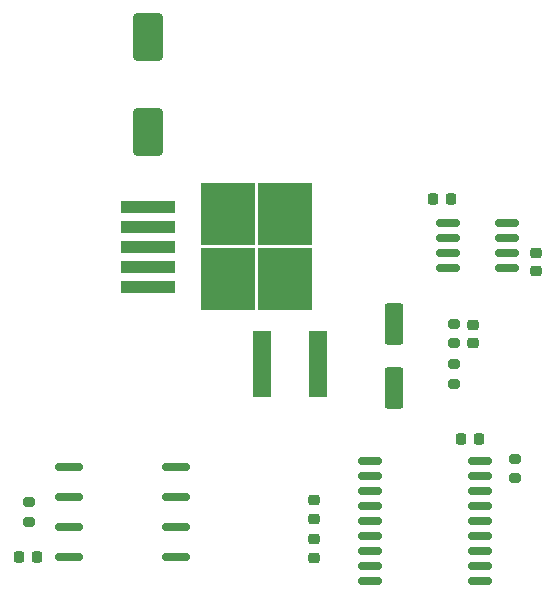
<source format=gbr>
%TF.GenerationSoftware,KiCad,Pcbnew,(6.0.6)*%
%TF.CreationDate,2022-11-23T05:32:29-08:00*%
%TF.ProjectId,FanSpeed_Controller,46616e53-7065-4656-945f-436f6e74726f,rev?*%
%TF.SameCoordinates,Original*%
%TF.FileFunction,Paste,Top*%
%TF.FilePolarity,Positive*%
%FSLAX46Y46*%
G04 Gerber Fmt 4.6, Leading zero omitted, Abs format (unit mm)*
G04 Created by KiCad (PCBNEW (6.0.6)) date 2022-11-23 05:32:29*
%MOMM*%
%LPD*%
G01*
G04 APERTURE LIST*
G04 Aperture macros list*
%AMRoundRect*
0 Rectangle with rounded corners*
0 $1 Rounding radius*
0 $2 $3 $4 $5 $6 $7 $8 $9 X,Y pos of 4 corners*
0 Add a 4 corners polygon primitive as box body*
4,1,4,$2,$3,$4,$5,$6,$7,$8,$9,$2,$3,0*
0 Add four circle primitives for the rounded corners*
1,1,$1+$1,$2,$3*
1,1,$1+$1,$4,$5*
1,1,$1+$1,$6,$7*
1,1,$1+$1,$8,$9*
0 Add four rect primitives between the rounded corners*
20,1,$1+$1,$2,$3,$4,$5,0*
20,1,$1+$1,$4,$5,$6,$7,0*
20,1,$1+$1,$6,$7,$8,$9,0*
20,1,$1+$1,$8,$9,$2,$3,0*%
G04 Aperture macros list end*
%ADD10RoundRect,0.225000X-0.225000X-0.250000X0.225000X-0.250000X0.225000X0.250000X-0.225000X0.250000X0*%
%ADD11R,1.600000X5.700000*%
%ADD12RoundRect,0.200000X0.275000X-0.200000X0.275000X0.200000X-0.275000X0.200000X-0.275000X-0.200000X0*%
%ADD13RoundRect,0.150000X-0.825000X-0.150000X0.825000X-0.150000X0.825000X0.150000X-0.825000X0.150000X0*%
%ADD14RoundRect,0.200000X-0.275000X0.200000X-0.275000X-0.200000X0.275000X-0.200000X0.275000X0.200000X0*%
%ADD15RoundRect,0.225000X-0.250000X0.225000X-0.250000X-0.225000X0.250000X-0.225000X0.250000X0.225000X0*%
%ADD16R,4.550000X5.250000*%
%ADD17R,4.600000X1.100000*%
%ADD18RoundRect,0.225000X0.250000X-0.225000X0.250000X0.225000X-0.250000X0.225000X-0.250000X-0.225000X0*%
%ADD19RoundRect,0.150000X-0.875000X-0.150000X0.875000X-0.150000X0.875000X0.150000X-0.875000X0.150000X0*%
%ADD20RoundRect,0.162500X1.012500X0.162500X-1.012500X0.162500X-1.012500X-0.162500X1.012500X-0.162500X0*%
%ADD21RoundRect,0.250000X1.000000X-1.750000X1.000000X1.750000X-1.000000X1.750000X-1.000000X-1.750000X0*%
%ADD22RoundRect,0.250000X-0.550000X1.500000X-0.550000X-1.500000X0.550000X-1.500000X0.550000X1.500000X0*%
G04 APERTURE END LIST*
D10*
%TO.C,C5*%
X153962000Y-85466000D03*
X155512000Y-85466000D03*
%TD*%
%TO.C,C2*%
X118910000Y-115819000D03*
X120460000Y-115819000D03*
%TD*%
D11*
%TO.C,L1*%
X139560000Y-99436000D03*
X144260000Y-99436000D03*
%TD*%
D12*
%TO.C,R1*%
X119812000Y-112834000D03*
X119812000Y-111184000D03*
%TD*%
D13*
%TO.C,U3*%
X155310000Y-87498000D03*
X155310000Y-88768000D03*
X155310000Y-90038000D03*
X155310000Y-91308000D03*
X160260000Y-91308000D03*
X160260000Y-90038000D03*
X160260000Y-88768000D03*
X160260000Y-87498000D03*
%TD*%
D14*
%TO.C,R4*%
X155753000Y-99500000D03*
X155753000Y-101150000D03*
%TD*%
D15*
%TO.C,C6*%
X157404000Y-96121000D03*
X157404000Y-97671000D03*
%TD*%
D14*
%TO.C,R2*%
X160960000Y-107501000D03*
X160960000Y-109151000D03*
%TD*%
D16*
%TO.C,U2*%
X141487000Y-92305000D03*
X136637000Y-92305000D03*
X141487000Y-86755000D03*
X136637000Y-86755000D03*
D17*
X129912000Y-86130000D03*
X129912000Y-87830000D03*
X129912000Y-89530000D03*
X129912000Y-91230000D03*
X129912000Y-92930000D03*
%TD*%
D18*
%TO.C,C9*%
X143942000Y-115869000D03*
X143942000Y-114319000D03*
%TD*%
D19*
%TO.C,U4*%
X148690000Y-107691000D03*
X148690000Y-108961000D03*
X148690000Y-110231000D03*
X148690000Y-111501000D03*
X148690000Y-112771000D03*
X148690000Y-114041000D03*
X148690000Y-115311000D03*
X148690000Y-116581000D03*
X148690000Y-117851000D03*
X157990000Y-117851000D03*
X157990000Y-116581000D03*
X157990000Y-115311000D03*
X157990000Y-114041000D03*
X157990000Y-112771000D03*
X157990000Y-111501000D03*
X157990000Y-110231000D03*
X157990000Y-108961000D03*
X157990000Y-107691000D03*
%TD*%
D14*
%TO.C,R3*%
X155753000Y-96071000D03*
X155753000Y-97721000D03*
%TD*%
D20*
%TO.C,U1*%
X132211000Y-115819000D03*
X132211000Y-113279000D03*
X132211000Y-110739000D03*
X132211000Y-108199000D03*
X123161000Y-108199000D03*
X123161000Y-110739000D03*
X123161000Y-113279000D03*
X123161000Y-115819000D03*
%TD*%
D21*
%TO.C,C1*%
X129845000Y-79800500D03*
X129845000Y-71800500D03*
%TD*%
D10*
%TO.C,C4*%
X156375000Y-105786000D03*
X157925000Y-105786000D03*
%TD*%
D15*
%TO.C,C7*%
X162738000Y-90025000D03*
X162738000Y-91575000D03*
%TD*%
D22*
%TO.C,C3*%
X150673000Y-96101000D03*
X150673000Y-101501000D03*
%TD*%
D15*
%TO.C,C8*%
X143942000Y-111017000D03*
X143942000Y-112567000D03*
%TD*%
M02*

</source>
